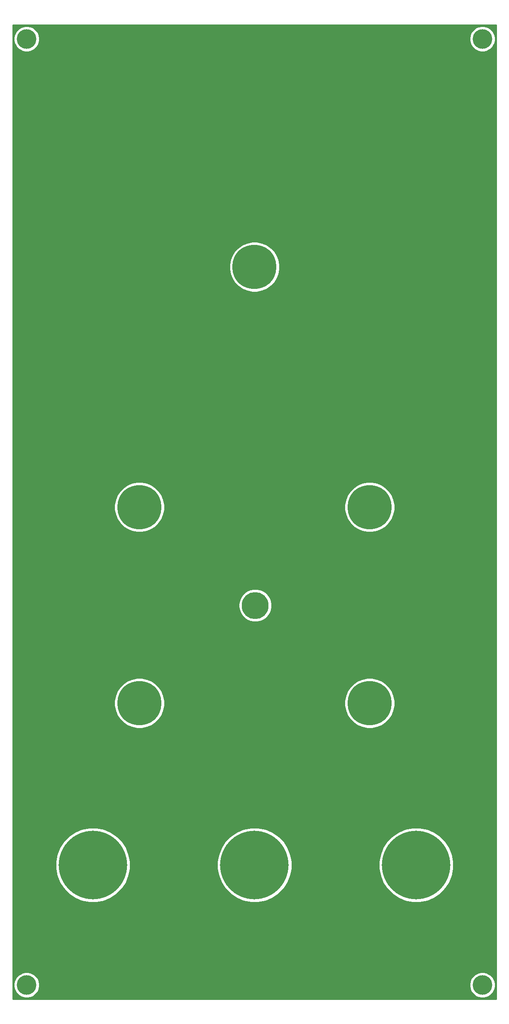
<source format=gbr>
%TF.GenerationSoftware,KiCad,Pcbnew,(5.1.8-0-10_14)*%
%TF.CreationDate,2021-09-13T18:17:36-04:00*%
%TF.ProjectId,wahwah_panel,77616877-6168-45f7-9061-6e656c2e6b69,rev?*%
%TF.SameCoordinates,Original*%
%TF.FileFunction,Copper,L2,Bot*%
%TF.FilePolarity,Positive*%
%FSLAX46Y46*%
G04 Gerber Fmt 4.6, Leading zero omitted, Abs format (unit mm)*
G04 Created by KiCad (PCBNEW (5.1.8-0-10_14)) date 2021-09-13 18:17:36*
%MOMM*%
%LPD*%
G01*
G04 APERTURE LIST*
%TA.AperFunction,ComponentPad*%
%ADD10C,4.000000*%
%TD*%
%TA.AperFunction,ComponentPad*%
%ADD11C,9.000000*%
%TD*%
%TA.AperFunction,ComponentPad*%
%ADD12C,5.500000*%
%TD*%
%TA.AperFunction,ComponentPad*%
%ADD13C,14.000000*%
%TD*%
%TA.AperFunction,NonConductor*%
%ADD14C,0.254000*%
%TD*%
%TA.AperFunction,NonConductor*%
%ADD15C,0.100000*%
%TD*%
G04 APERTURE END LIST*
D10*
%TO.P,REF\u002A\u002A,1*%
%TO.N,GND*%
X-446500000Y-145500000D03*
%TD*%
%TO.P,REF\u002A\u002A,1*%
%TO.N,GND*%
X-353500000Y-145500000D03*
%TD*%
%TO.P,REF\u002A\u002A,1*%
%TO.N,GND*%
X-353500000Y47500000D03*
%TD*%
%TO.P,REF\u002A\u002A,1*%
%TO.N,GND*%
X-446500000Y47500000D03*
%TD*%
D11*
%TO.P,REF\u002A\u002A,1*%
%TO.N,GND*%
X-423500000Y-48000000D03*
%TD*%
%TO.P,REF\u002A\u002A,1*%
%TO.N,GND*%
X-423500000Y-88000000D03*
%TD*%
%TO.P,REF\u002A\u002A,1*%
%TO.N,GND*%
X-376500000Y-88000000D03*
%TD*%
%TO.P,REF\u002A\u002A,1*%
%TO.N,GND*%
X-376500000Y-48000000D03*
%TD*%
%TO.P,REF\u002A\u002A,1*%
%TO.N,GND*%
X-400000000Y1000000D03*
%TD*%
D12*
%TO.P,REF\u002A\u002A,1*%
%TO.N,GND*%
X-399845493Y-68056220D03*
%TD*%
D13*
%TO.P,REF\u002A\u002A,1*%
%TO.N,GND*%
X-367000000Y-121000000D03*
%TD*%
%TO.P,REF\u002A\u002A,1*%
%TO.N,GND*%
X-400000000Y-121000000D03*
%TD*%
%TO.P,REF\u002A\u002A,1*%
%TO.N,GND*%
X-433000000Y-121000000D03*
%TD*%
D14*
X-350659999Y-148340000D02*
X-449340000Y-148340000D01*
X-449340000Y-145240475D01*
X-449135000Y-145240475D01*
X-449135000Y-145759525D01*
X-449033739Y-146268601D01*
X-448835107Y-146748141D01*
X-448546738Y-147179715D01*
X-448179715Y-147546738D01*
X-447748141Y-147835107D01*
X-447268601Y-148033739D01*
X-446759525Y-148135000D01*
X-446240475Y-148135000D01*
X-445731399Y-148033739D01*
X-445251859Y-147835107D01*
X-444820285Y-147546738D01*
X-444453262Y-147179715D01*
X-444164893Y-146748141D01*
X-443966261Y-146268601D01*
X-443865000Y-145759525D01*
X-443865000Y-145240475D01*
X-356135000Y-145240475D01*
X-356135000Y-145759525D01*
X-356033739Y-146268601D01*
X-355835107Y-146748141D01*
X-355546738Y-147179715D01*
X-355179715Y-147546738D01*
X-354748141Y-147835107D01*
X-354268601Y-148033739D01*
X-353759525Y-148135000D01*
X-353240475Y-148135000D01*
X-352731399Y-148033739D01*
X-352251859Y-147835107D01*
X-351820285Y-147546738D01*
X-351453262Y-147179715D01*
X-351164893Y-146748141D01*
X-350966261Y-146268601D01*
X-350865000Y-145759525D01*
X-350865000Y-145240475D01*
X-350966261Y-144731399D01*
X-351164893Y-144251859D01*
X-351453262Y-143820285D01*
X-351820285Y-143453262D01*
X-352251859Y-143164893D01*
X-352731399Y-142966261D01*
X-353240475Y-142865000D01*
X-353759525Y-142865000D01*
X-354268601Y-142966261D01*
X-354748141Y-143164893D01*
X-355179715Y-143453262D01*
X-355546738Y-143820285D01*
X-355835107Y-144251859D01*
X-356033739Y-144731399D01*
X-356135000Y-145240475D01*
X-443865000Y-145240475D01*
X-443966261Y-144731399D01*
X-444164893Y-144251859D01*
X-444453262Y-143820285D01*
X-444820285Y-143453262D01*
X-445251859Y-143164893D01*
X-445731399Y-142966261D01*
X-446240475Y-142865000D01*
X-446759525Y-142865000D01*
X-447268601Y-142966261D01*
X-447748141Y-143164893D01*
X-448179715Y-143453262D01*
X-448546738Y-143820285D01*
X-448835107Y-144251859D01*
X-449033739Y-144731399D01*
X-449135000Y-145240475D01*
X-449340000Y-145240475D01*
X-449340000Y-120248018D01*
X-440635000Y-120248018D01*
X-440635000Y-121751982D01*
X-440341592Y-123227047D01*
X-439766050Y-124616529D01*
X-438930492Y-125867029D01*
X-437867029Y-126930492D01*
X-436616529Y-127766050D01*
X-435227047Y-128341592D01*
X-433751982Y-128635000D01*
X-432248018Y-128635000D01*
X-430772953Y-128341592D01*
X-429383471Y-127766050D01*
X-428132971Y-126930492D01*
X-427069508Y-125867029D01*
X-426233950Y-124616529D01*
X-425658408Y-123227047D01*
X-425365000Y-121751982D01*
X-425365000Y-120248018D01*
X-407635000Y-120248018D01*
X-407635000Y-121751982D01*
X-407341592Y-123227047D01*
X-406766050Y-124616529D01*
X-405930492Y-125867029D01*
X-404867029Y-126930492D01*
X-403616529Y-127766050D01*
X-402227047Y-128341592D01*
X-400751982Y-128635000D01*
X-399248018Y-128635000D01*
X-397772953Y-128341592D01*
X-396383471Y-127766050D01*
X-395132971Y-126930492D01*
X-394069508Y-125867029D01*
X-393233950Y-124616529D01*
X-392658408Y-123227047D01*
X-392365000Y-121751982D01*
X-392365000Y-120248018D01*
X-374635000Y-120248018D01*
X-374635000Y-121751982D01*
X-374341592Y-123227047D01*
X-373766050Y-124616529D01*
X-372930492Y-125867029D01*
X-371867029Y-126930492D01*
X-370616529Y-127766050D01*
X-369227047Y-128341592D01*
X-367751982Y-128635000D01*
X-366248018Y-128635000D01*
X-364772953Y-128341592D01*
X-363383471Y-127766050D01*
X-362132971Y-126930492D01*
X-361069508Y-125867029D01*
X-360233950Y-124616529D01*
X-359658408Y-123227047D01*
X-359365000Y-121751982D01*
X-359365000Y-120248018D01*
X-359658408Y-118772953D01*
X-360233950Y-117383471D01*
X-361069508Y-116132971D01*
X-362132971Y-115069508D01*
X-363383471Y-114233950D01*
X-364772953Y-113658408D01*
X-366248018Y-113365000D01*
X-367751982Y-113365000D01*
X-369227047Y-113658408D01*
X-370616529Y-114233950D01*
X-371867029Y-115069508D01*
X-372930492Y-116132971D01*
X-373766050Y-117383471D01*
X-374341592Y-118772953D01*
X-374635000Y-120248018D01*
X-392365000Y-120248018D01*
X-392658408Y-118772953D01*
X-393233950Y-117383471D01*
X-394069508Y-116132971D01*
X-395132971Y-115069508D01*
X-396383471Y-114233950D01*
X-397772953Y-113658408D01*
X-399248018Y-113365000D01*
X-400751982Y-113365000D01*
X-402227047Y-113658408D01*
X-403616529Y-114233950D01*
X-404867029Y-115069508D01*
X-405930492Y-116132971D01*
X-406766050Y-117383471D01*
X-407341592Y-118772953D01*
X-407635000Y-120248018D01*
X-425365000Y-120248018D01*
X-425658408Y-118772953D01*
X-426233950Y-117383471D01*
X-427069508Y-116132971D01*
X-428132971Y-115069508D01*
X-429383471Y-114233950D01*
X-430772953Y-113658408D01*
X-432248018Y-113365000D01*
X-433751982Y-113365000D01*
X-435227047Y-113658408D01*
X-436616529Y-114233950D01*
X-437867029Y-115069508D01*
X-438930492Y-116132971D01*
X-439766050Y-117383471D01*
X-440341592Y-118772953D01*
X-440635000Y-120248018D01*
X-449340000Y-120248018D01*
X-449340000Y-87494247D01*
X-428635000Y-87494247D01*
X-428635000Y-88505753D01*
X-428437665Y-89497824D01*
X-428050578Y-90432335D01*
X-427488615Y-91273372D01*
X-426773372Y-91988615D01*
X-425932335Y-92550578D01*
X-424997824Y-92937665D01*
X-424005753Y-93135000D01*
X-422994247Y-93135000D01*
X-422002176Y-92937665D01*
X-421067665Y-92550578D01*
X-420226628Y-91988615D01*
X-419511385Y-91273372D01*
X-418949422Y-90432335D01*
X-418562335Y-89497824D01*
X-418365000Y-88505753D01*
X-418365000Y-87494247D01*
X-381635000Y-87494247D01*
X-381635000Y-88505753D01*
X-381437665Y-89497824D01*
X-381050578Y-90432335D01*
X-380488615Y-91273372D01*
X-379773372Y-91988615D01*
X-378932335Y-92550578D01*
X-377997824Y-92937665D01*
X-377005753Y-93135000D01*
X-375994247Y-93135000D01*
X-375002176Y-92937665D01*
X-374067665Y-92550578D01*
X-373226628Y-91988615D01*
X-372511385Y-91273372D01*
X-371949422Y-90432335D01*
X-371562335Y-89497824D01*
X-371365000Y-88505753D01*
X-371365000Y-87494247D01*
X-371562335Y-86502176D01*
X-371949422Y-85567665D01*
X-372511385Y-84726628D01*
X-373226628Y-84011385D01*
X-374067665Y-83449422D01*
X-375002176Y-83062335D01*
X-375994247Y-82865000D01*
X-377005753Y-82865000D01*
X-377997824Y-83062335D01*
X-378932335Y-83449422D01*
X-379773372Y-84011385D01*
X-380488615Y-84726628D01*
X-381050578Y-85567665D01*
X-381437665Y-86502176D01*
X-381635000Y-87494247D01*
X-418365000Y-87494247D01*
X-418562335Y-86502176D01*
X-418949422Y-85567665D01*
X-419511385Y-84726628D01*
X-420226628Y-84011385D01*
X-421067665Y-83449422D01*
X-422002176Y-83062335D01*
X-422994247Y-82865000D01*
X-424005753Y-82865000D01*
X-424997824Y-83062335D01*
X-425932335Y-83449422D01*
X-426773372Y-84011385D01*
X-427488615Y-84726628D01*
X-428050578Y-85567665D01*
X-428437665Y-86502176D01*
X-428635000Y-87494247D01*
X-449340000Y-87494247D01*
X-449340000Y-67722827D01*
X-403230493Y-67722827D01*
X-403230493Y-68389613D01*
X-403100410Y-69043588D01*
X-402845241Y-69659619D01*
X-402474795Y-70214032D01*
X-402003305Y-70685522D01*
X-401448892Y-71055968D01*
X-400832861Y-71311137D01*
X-400178886Y-71441220D01*
X-399512100Y-71441220D01*
X-398858125Y-71311137D01*
X-398242094Y-71055968D01*
X-397687681Y-70685522D01*
X-397216191Y-70214032D01*
X-396845745Y-69659619D01*
X-396590576Y-69043588D01*
X-396460493Y-68389613D01*
X-396460493Y-67722827D01*
X-396590576Y-67068852D01*
X-396845745Y-66452821D01*
X-397216191Y-65898408D01*
X-397687681Y-65426918D01*
X-398242094Y-65056472D01*
X-398858125Y-64801303D01*
X-399512100Y-64671220D01*
X-400178886Y-64671220D01*
X-400832861Y-64801303D01*
X-401448892Y-65056472D01*
X-402003305Y-65426918D01*
X-402474795Y-65898408D01*
X-402845241Y-66452821D01*
X-403100410Y-67068852D01*
X-403230493Y-67722827D01*
X-449340000Y-67722827D01*
X-449340000Y-47494247D01*
X-428635000Y-47494247D01*
X-428635000Y-48505753D01*
X-428437665Y-49497824D01*
X-428050578Y-50432335D01*
X-427488615Y-51273372D01*
X-426773372Y-51988615D01*
X-425932335Y-52550578D01*
X-424997824Y-52937665D01*
X-424005753Y-53135000D01*
X-422994247Y-53135000D01*
X-422002176Y-52937665D01*
X-421067665Y-52550578D01*
X-420226628Y-51988615D01*
X-419511385Y-51273372D01*
X-418949422Y-50432335D01*
X-418562335Y-49497824D01*
X-418365000Y-48505753D01*
X-418365000Y-47494247D01*
X-381635000Y-47494247D01*
X-381635000Y-48505753D01*
X-381437665Y-49497824D01*
X-381050578Y-50432335D01*
X-380488615Y-51273372D01*
X-379773372Y-51988615D01*
X-378932335Y-52550578D01*
X-377997824Y-52937665D01*
X-377005753Y-53135000D01*
X-375994247Y-53135000D01*
X-375002176Y-52937665D01*
X-374067665Y-52550578D01*
X-373226628Y-51988615D01*
X-372511385Y-51273372D01*
X-371949422Y-50432335D01*
X-371562335Y-49497824D01*
X-371365000Y-48505753D01*
X-371365000Y-47494247D01*
X-371562335Y-46502176D01*
X-371949422Y-45567665D01*
X-372511385Y-44726628D01*
X-373226628Y-44011385D01*
X-374067665Y-43449422D01*
X-375002176Y-43062335D01*
X-375994247Y-42865000D01*
X-377005753Y-42865000D01*
X-377997824Y-43062335D01*
X-378932335Y-43449422D01*
X-379773372Y-44011385D01*
X-380488615Y-44726628D01*
X-381050578Y-45567665D01*
X-381437665Y-46502176D01*
X-381635000Y-47494247D01*
X-418365000Y-47494247D01*
X-418562335Y-46502176D01*
X-418949422Y-45567665D01*
X-419511385Y-44726628D01*
X-420226628Y-44011385D01*
X-421067665Y-43449422D01*
X-422002176Y-43062335D01*
X-422994247Y-42865000D01*
X-424005753Y-42865000D01*
X-424997824Y-43062335D01*
X-425932335Y-43449422D01*
X-426773372Y-44011385D01*
X-427488615Y-44726628D01*
X-428050578Y-45567665D01*
X-428437665Y-46502176D01*
X-428635000Y-47494247D01*
X-449340000Y-47494247D01*
X-449340000Y1505753D01*
X-405135000Y1505753D01*
X-405135000Y494247D01*
X-404937665Y-497824D01*
X-404550578Y-1432335D01*
X-403988615Y-2273372D01*
X-403273372Y-2988615D01*
X-402432335Y-3550578D01*
X-401497824Y-3937665D01*
X-400505753Y-4135000D01*
X-399494247Y-4135000D01*
X-398502176Y-3937665D01*
X-397567665Y-3550578D01*
X-396726628Y-2988615D01*
X-396011385Y-2273372D01*
X-395449422Y-1432335D01*
X-395062335Y-497824D01*
X-394865000Y494247D01*
X-394865000Y1505753D01*
X-395062335Y2497824D01*
X-395449422Y3432335D01*
X-396011385Y4273372D01*
X-396726628Y4988615D01*
X-397567665Y5550578D01*
X-398502176Y5937665D01*
X-399494247Y6135000D01*
X-400505753Y6135000D01*
X-401497824Y5937665D01*
X-402432335Y5550578D01*
X-403273372Y4988615D01*
X-403988615Y4273372D01*
X-404550578Y3432335D01*
X-404937665Y2497824D01*
X-405135000Y1505753D01*
X-449340000Y1505753D01*
X-449340000Y47759525D01*
X-449135000Y47759525D01*
X-449135000Y47240475D01*
X-449033739Y46731399D01*
X-448835107Y46251859D01*
X-448546738Y45820285D01*
X-448179715Y45453262D01*
X-447748141Y45164893D01*
X-447268601Y44966261D01*
X-446759525Y44865000D01*
X-446240475Y44865000D01*
X-445731399Y44966261D01*
X-445251859Y45164893D01*
X-444820285Y45453262D01*
X-444453262Y45820285D01*
X-444164893Y46251859D01*
X-443966261Y46731399D01*
X-443865000Y47240475D01*
X-443865000Y47759525D01*
X-356135000Y47759525D01*
X-356135000Y47240475D01*
X-356033739Y46731399D01*
X-355835107Y46251859D01*
X-355546738Y45820285D01*
X-355179715Y45453262D01*
X-354748141Y45164893D01*
X-354268601Y44966261D01*
X-353759525Y44865000D01*
X-353240475Y44865000D01*
X-352731399Y44966261D01*
X-352251859Y45164893D01*
X-351820285Y45453262D01*
X-351453262Y45820285D01*
X-351164893Y46251859D01*
X-350966261Y46731399D01*
X-350865000Y47240475D01*
X-350865000Y47759525D01*
X-350966261Y48268601D01*
X-351164893Y48748141D01*
X-351453262Y49179715D01*
X-351820285Y49546738D01*
X-352251859Y49835107D01*
X-352731399Y50033739D01*
X-353240475Y50135000D01*
X-353759525Y50135000D01*
X-354268601Y50033739D01*
X-354748141Y49835107D01*
X-355179715Y49546738D01*
X-355546738Y49179715D01*
X-355835107Y48748141D01*
X-356033739Y48268601D01*
X-356135000Y47759525D01*
X-443865000Y47759525D01*
X-443966261Y48268601D01*
X-444164893Y48748141D01*
X-444453262Y49179715D01*
X-444820285Y49546738D01*
X-445251859Y49835107D01*
X-445731399Y50033739D01*
X-446240475Y50135000D01*
X-446759525Y50135000D01*
X-447268601Y50033739D01*
X-447748141Y49835107D01*
X-448179715Y49546738D01*
X-448546738Y49179715D01*
X-448835107Y48748141D01*
X-449033739Y48268601D01*
X-449135000Y47759525D01*
X-449340000Y47759525D01*
X-449340000Y50340000D01*
X-350660000Y50340000D01*
X-350659999Y-148340000D01*
%TA.AperFunction,NonConductor*%
D15*
G36*
X-350659999Y-148340000D02*
G01*
X-449340000Y-148340000D01*
X-449340000Y-145240475D01*
X-449135000Y-145240475D01*
X-449135000Y-145759525D01*
X-449033739Y-146268601D01*
X-448835107Y-146748141D01*
X-448546738Y-147179715D01*
X-448179715Y-147546738D01*
X-447748141Y-147835107D01*
X-447268601Y-148033739D01*
X-446759525Y-148135000D01*
X-446240475Y-148135000D01*
X-445731399Y-148033739D01*
X-445251859Y-147835107D01*
X-444820285Y-147546738D01*
X-444453262Y-147179715D01*
X-444164893Y-146748141D01*
X-443966261Y-146268601D01*
X-443865000Y-145759525D01*
X-443865000Y-145240475D01*
X-356135000Y-145240475D01*
X-356135000Y-145759525D01*
X-356033739Y-146268601D01*
X-355835107Y-146748141D01*
X-355546738Y-147179715D01*
X-355179715Y-147546738D01*
X-354748141Y-147835107D01*
X-354268601Y-148033739D01*
X-353759525Y-148135000D01*
X-353240475Y-148135000D01*
X-352731399Y-148033739D01*
X-352251859Y-147835107D01*
X-351820285Y-147546738D01*
X-351453262Y-147179715D01*
X-351164893Y-146748141D01*
X-350966261Y-146268601D01*
X-350865000Y-145759525D01*
X-350865000Y-145240475D01*
X-350966261Y-144731399D01*
X-351164893Y-144251859D01*
X-351453262Y-143820285D01*
X-351820285Y-143453262D01*
X-352251859Y-143164893D01*
X-352731399Y-142966261D01*
X-353240475Y-142865000D01*
X-353759525Y-142865000D01*
X-354268601Y-142966261D01*
X-354748141Y-143164893D01*
X-355179715Y-143453262D01*
X-355546738Y-143820285D01*
X-355835107Y-144251859D01*
X-356033739Y-144731399D01*
X-356135000Y-145240475D01*
X-443865000Y-145240475D01*
X-443966261Y-144731399D01*
X-444164893Y-144251859D01*
X-444453262Y-143820285D01*
X-444820285Y-143453262D01*
X-445251859Y-143164893D01*
X-445731399Y-142966261D01*
X-446240475Y-142865000D01*
X-446759525Y-142865000D01*
X-447268601Y-142966261D01*
X-447748141Y-143164893D01*
X-448179715Y-143453262D01*
X-448546738Y-143820285D01*
X-448835107Y-144251859D01*
X-449033739Y-144731399D01*
X-449135000Y-145240475D01*
X-449340000Y-145240475D01*
X-449340000Y-120248018D01*
X-440635000Y-120248018D01*
X-440635000Y-121751982D01*
X-440341592Y-123227047D01*
X-439766050Y-124616529D01*
X-438930492Y-125867029D01*
X-437867029Y-126930492D01*
X-436616529Y-127766050D01*
X-435227047Y-128341592D01*
X-433751982Y-128635000D01*
X-432248018Y-128635000D01*
X-430772953Y-128341592D01*
X-429383471Y-127766050D01*
X-428132971Y-126930492D01*
X-427069508Y-125867029D01*
X-426233950Y-124616529D01*
X-425658408Y-123227047D01*
X-425365000Y-121751982D01*
X-425365000Y-120248018D01*
X-407635000Y-120248018D01*
X-407635000Y-121751982D01*
X-407341592Y-123227047D01*
X-406766050Y-124616529D01*
X-405930492Y-125867029D01*
X-404867029Y-126930492D01*
X-403616529Y-127766050D01*
X-402227047Y-128341592D01*
X-400751982Y-128635000D01*
X-399248018Y-128635000D01*
X-397772953Y-128341592D01*
X-396383471Y-127766050D01*
X-395132971Y-126930492D01*
X-394069508Y-125867029D01*
X-393233950Y-124616529D01*
X-392658408Y-123227047D01*
X-392365000Y-121751982D01*
X-392365000Y-120248018D01*
X-374635000Y-120248018D01*
X-374635000Y-121751982D01*
X-374341592Y-123227047D01*
X-373766050Y-124616529D01*
X-372930492Y-125867029D01*
X-371867029Y-126930492D01*
X-370616529Y-127766050D01*
X-369227047Y-128341592D01*
X-367751982Y-128635000D01*
X-366248018Y-128635000D01*
X-364772953Y-128341592D01*
X-363383471Y-127766050D01*
X-362132971Y-126930492D01*
X-361069508Y-125867029D01*
X-360233950Y-124616529D01*
X-359658408Y-123227047D01*
X-359365000Y-121751982D01*
X-359365000Y-120248018D01*
X-359658408Y-118772953D01*
X-360233950Y-117383471D01*
X-361069508Y-116132971D01*
X-362132971Y-115069508D01*
X-363383471Y-114233950D01*
X-364772953Y-113658408D01*
X-366248018Y-113365000D01*
X-367751982Y-113365000D01*
X-369227047Y-113658408D01*
X-370616529Y-114233950D01*
X-371867029Y-115069508D01*
X-372930492Y-116132971D01*
X-373766050Y-117383471D01*
X-374341592Y-118772953D01*
X-374635000Y-120248018D01*
X-392365000Y-120248018D01*
X-392658408Y-118772953D01*
X-393233950Y-117383471D01*
X-394069508Y-116132971D01*
X-395132971Y-115069508D01*
X-396383471Y-114233950D01*
X-397772953Y-113658408D01*
X-399248018Y-113365000D01*
X-400751982Y-113365000D01*
X-402227047Y-113658408D01*
X-403616529Y-114233950D01*
X-404867029Y-115069508D01*
X-405930492Y-116132971D01*
X-406766050Y-117383471D01*
X-407341592Y-118772953D01*
X-407635000Y-120248018D01*
X-425365000Y-120248018D01*
X-425658408Y-118772953D01*
X-426233950Y-117383471D01*
X-427069508Y-116132971D01*
X-428132971Y-115069508D01*
X-429383471Y-114233950D01*
X-430772953Y-113658408D01*
X-432248018Y-113365000D01*
X-433751982Y-113365000D01*
X-435227047Y-113658408D01*
X-436616529Y-114233950D01*
X-437867029Y-115069508D01*
X-438930492Y-116132971D01*
X-439766050Y-117383471D01*
X-440341592Y-118772953D01*
X-440635000Y-120248018D01*
X-449340000Y-120248018D01*
X-449340000Y-87494247D01*
X-428635000Y-87494247D01*
X-428635000Y-88505753D01*
X-428437665Y-89497824D01*
X-428050578Y-90432335D01*
X-427488615Y-91273372D01*
X-426773372Y-91988615D01*
X-425932335Y-92550578D01*
X-424997824Y-92937665D01*
X-424005753Y-93135000D01*
X-422994247Y-93135000D01*
X-422002176Y-92937665D01*
X-421067665Y-92550578D01*
X-420226628Y-91988615D01*
X-419511385Y-91273372D01*
X-418949422Y-90432335D01*
X-418562335Y-89497824D01*
X-418365000Y-88505753D01*
X-418365000Y-87494247D01*
X-381635000Y-87494247D01*
X-381635000Y-88505753D01*
X-381437665Y-89497824D01*
X-381050578Y-90432335D01*
X-380488615Y-91273372D01*
X-379773372Y-91988615D01*
X-378932335Y-92550578D01*
X-377997824Y-92937665D01*
X-377005753Y-93135000D01*
X-375994247Y-93135000D01*
X-375002176Y-92937665D01*
X-374067665Y-92550578D01*
X-373226628Y-91988615D01*
X-372511385Y-91273372D01*
X-371949422Y-90432335D01*
X-371562335Y-89497824D01*
X-371365000Y-88505753D01*
X-371365000Y-87494247D01*
X-371562335Y-86502176D01*
X-371949422Y-85567665D01*
X-372511385Y-84726628D01*
X-373226628Y-84011385D01*
X-374067665Y-83449422D01*
X-375002176Y-83062335D01*
X-375994247Y-82865000D01*
X-377005753Y-82865000D01*
X-377997824Y-83062335D01*
X-378932335Y-83449422D01*
X-379773372Y-84011385D01*
X-380488615Y-84726628D01*
X-381050578Y-85567665D01*
X-381437665Y-86502176D01*
X-381635000Y-87494247D01*
X-418365000Y-87494247D01*
X-418562335Y-86502176D01*
X-418949422Y-85567665D01*
X-419511385Y-84726628D01*
X-420226628Y-84011385D01*
X-421067665Y-83449422D01*
X-422002176Y-83062335D01*
X-422994247Y-82865000D01*
X-424005753Y-82865000D01*
X-424997824Y-83062335D01*
X-425932335Y-83449422D01*
X-426773372Y-84011385D01*
X-427488615Y-84726628D01*
X-428050578Y-85567665D01*
X-428437665Y-86502176D01*
X-428635000Y-87494247D01*
X-449340000Y-87494247D01*
X-449340000Y-67722827D01*
X-403230493Y-67722827D01*
X-403230493Y-68389613D01*
X-403100410Y-69043588D01*
X-402845241Y-69659619D01*
X-402474795Y-70214032D01*
X-402003305Y-70685522D01*
X-401448892Y-71055968D01*
X-400832861Y-71311137D01*
X-400178886Y-71441220D01*
X-399512100Y-71441220D01*
X-398858125Y-71311137D01*
X-398242094Y-71055968D01*
X-397687681Y-70685522D01*
X-397216191Y-70214032D01*
X-396845745Y-69659619D01*
X-396590576Y-69043588D01*
X-396460493Y-68389613D01*
X-396460493Y-67722827D01*
X-396590576Y-67068852D01*
X-396845745Y-66452821D01*
X-397216191Y-65898408D01*
X-397687681Y-65426918D01*
X-398242094Y-65056472D01*
X-398858125Y-64801303D01*
X-399512100Y-64671220D01*
X-400178886Y-64671220D01*
X-400832861Y-64801303D01*
X-401448892Y-65056472D01*
X-402003305Y-65426918D01*
X-402474795Y-65898408D01*
X-402845241Y-66452821D01*
X-403100410Y-67068852D01*
X-403230493Y-67722827D01*
X-449340000Y-67722827D01*
X-449340000Y-47494247D01*
X-428635000Y-47494247D01*
X-428635000Y-48505753D01*
X-428437665Y-49497824D01*
X-428050578Y-50432335D01*
X-427488615Y-51273372D01*
X-426773372Y-51988615D01*
X-425932335Y-52550578D01*
X-424997824Y-52937665D01*
X-424005753Y-53135000D01*
X-422994247Y-53135000D01*
X-422002176Y-52937665D01*
X-421067665Y-52550578D01*
X-420226628Y-51988615D01*
X-419511385Y-51273372D01*
X-418949422Y-50432335D01*
X-418562335Y-49497824D01*
X-418365000Y-48505753D01*
X-418365000Y-47494247D01*
X-381635000Y-47494247D01*
X-381635000Y-48505753D01*
X-381437665Y-49497824D01*
X-381050578Y-50432335D01*
X-380488615Y-51273372D01*
X-379773372Y-51988615D01*
X-378932335Y-52550578D01*
X-377997824Y-52937665D01*
X-377005753Y-53135000D01*
X-375994247Y-53135000D01*
X-375002176Y-52937665D01*
X-374067665Y-52550578D01*
X-373226628Y-51988615D01*
X-372511385Y-51273372D01*
X-371949422Y-50432335D01*
X-371562335Y-49497824D01*
X-371365000Y-48505753D01*
X-371365000Y-47494247D01*
X-371562335Y-46502176D01*
X-371949422Y-45567665D01*
X-372511385Y-44726628D01*
X-373226628Y-44011385D01*
X-374067665Y-43449422D01*
X-375002176Y-43062335D01*
X-375994247Y-42865000D01*
X-377005753Y-42865000D01*
X-377997824Y-43062335D01*
X-378932335Y-43449422D01*
X-379773372Y-44011385D01*
X-380488615Y-44726628D01*
X-381050578Y-45567665D01*
X-381437665Y-46502176D01*
X-381635000Y-47494247D01*
X-418365000Y-47494247D01*
X-418562335Y-46502176D01*
X-418949422Y-45567665D01*
X-419511385Y-44726628D01*
X-420226628Y-44011385D01*
X-421067665Y-43449422D01*
X-422002176Y-43062335D01*
X-422994247Y-42865000D01*
X-424005753Y-42865000D01*
X-424997824Y-43062335D01*
X-425932335Y-43449422D01*
X-426773372Y-44011385D01*
X-427488615Y-44726628D01*
X-428050578Y-45567665D01*
X-428437665Y-46502176D01*
X-428635000Y-47494247D01*
X-449340000Y-47494247D01*
X-449340000Y1505753D01*
X-405135000Y1505753D01*
X-405135000Y494247D01*
X-404937665Y-497824D01*
X-404550578Y-1432335D01*
X-403988615Y-2273372D01*
X-403273372Y-2988615D01*
X-402432335Y-3550578D01*
X-401497824Y-3937665D01*
X-400505753Y-4135000D01*
X-399494247Y-4135000D01*
X-398502176Y-3937665D01*
X-397567665Y-3550578D01*
X-396726628Y-2988615D01*
X-396011385Y-2273372D01*
X-395449422Y-1432335D01*
X-395062335Y-497824D01*
X-394865000Y494247D01*
X-394865000Y1505753D01*
X-395062335Y2497824D01*
X-395449422Y3432335D01*
X-396011385Y4273372D01*
X-396726628Y4988615D01*
X-397567665Y5550578D01*
X-398502176Y5937665D01*
X-399494247Y6135000D01*
X-400505753Y6135000D01*
X-401497824Y5937665D01*
X-402432335Y5550578D01*
X-403273372Y4988615D01*
X-403988615Y4273372D01*
X-404550578Y3432335D01*
X-404937665Y2497824D01*
X-405135000Y1505753D01*
X-449340000Y1505753D01*
X-449340000Y47759525D01*
X-449135000Y47759525D01*
X-449135000Y47240475D01*
X-449033739Y46731399D01*
X-448835107Y46251859D01*
X-448546738Y45820285D01*
X-448179715Y45453262D01*
X-447748141Y45164893D01*
X-447268601Y44966261D01*
X-446759525Y44865000D01*
X-446240475Y44865000D01*
X-445731399Y44966261D01*
X-445251859Y45164893D01*
X-444820285Y45453262D01*
X-444453262Y45820285D01*
X-444164893Y46251859D01*
X-443966261Y46731399D01*
X-443865000Y47240475D01*
X-443865000Y47759525D01*
X-356135000Y47759525D01*
X-356135000Y47240475D01*
X-356033739Y46731399D01*
X-355835107Y46251859D01*
X-355546738Y45820285D01*
X-355179715Y45453262D01*
X-354748141Y45164893D01*
X-354268601Y44966261D01*
X-353759525Y44865000D01*
X-353240475Y44865000D01*
X-352731399Y44966261D01*
X-352251859Y45164893D01*
X-351820285Y45453262D01*
X-351453262Y45820285D01*
X-351164893Y46251859D01*
X-350966261Y46731399D01*
X-350865000Y47240475D01*
X-350865000Y47759525D01*
X-350966261Y48268601D01*
X-351164893Y48748141D01*
X-351453262Y49179715D01*
X-351820285Y49546738D01*
X-352251859Y49835107D01*
X-352731399Y50033739D01*
X-353240475Y50135000D01*
X-353759525Y50135000D01*
X-354268601Y50033739D01*
X-354748141Y49835107D01*
X-355179715Y49546738D01*
X-355546738Y49179715D01*
X-355835107Y48748141D01*
X-356033739Y48268601D01*
X-356135000Y47759525D01*
X-443865000Y47759525D01*
X-443966261Y48268601D01*
X-444164893Y48748141D01*
X-444453262Y49179715D01*
X-444820285Y49546738D01*
X-445251859Y49835107D01*
X-445731399Y50033739D01*
X-446240475Y50135000D01*
X-446759525Y50135000D01*
X-447268601Y50033739D01*
X-447748141Y49835107D01*
X-448179715Y49546738D01*
X-448546738Y49179715D01*
X-448835107Y48748141D01*
X-449033739Y48268601D01*
X-449135000Y47759525D01*
X-449340000Y47759525D01*
X-449340000Y50340000D01*
X-350660000Y50340000D01*
X-350659999Y-148340000D01*
G37*
%TD.AperFunction*%
M02*

</source>
